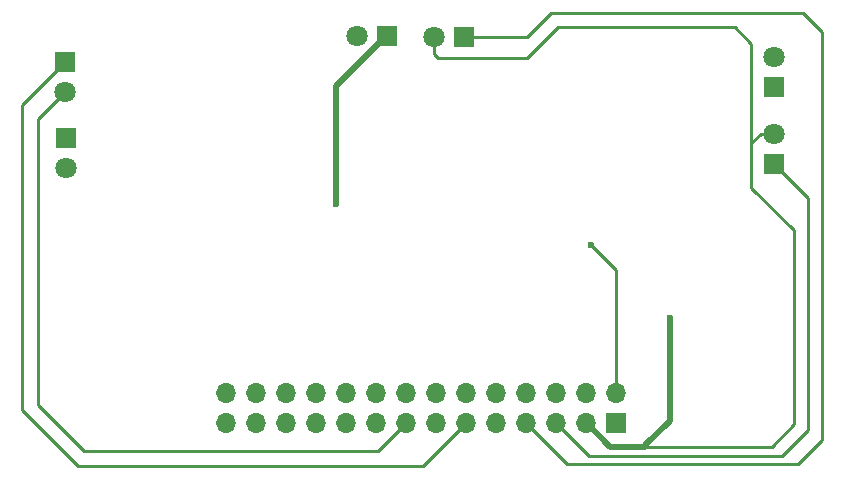
<source format=gbr>
%TF.GenerationSoftware,KiCad,Pcbnew,8.0.0*%
%TF.CreationDate,2024-03-22T14:44:16+02:00*%
%TF.ProjectId,Sensing systemv2,53656e73-696e-4672-9073-797374656d76,rev?*%
%TF.SameCoordinates,Original*%
%TF.FileFunction,Copper,L2,Bot*%
%TF.FilePolarity,Positive*%
%FSLAX46Y46*%
G04 Gerber Fmt 4.6, Leading zero omitted, Abs format (unit mm)*
G04 Created by KiCad (PCBNEW 8.0.0) date 2024-03-22 14:44:16*
%MOMM*%
%LPD*%
G01*
G04 APERTURE LIST*
%TA.AperFunction,ComponentPad*%
%ADD10R,1.800000X1.800000*%
%TD*%
%TA.AperFunction,ComponentPad*%
%ADD11C,1.800000*%
%TD*%
%TA.AperFunction,ComponentPad*%
%ADD12R,1.700000X1.700000*%
%TD*%
%TA.AperFunction,ComponentPad*%
%ADD13O,1.700000X1.700000*%
%TD*%
%TA.AperFunction,ViaPad*%
%ADD14C,0.600000*%
%TD*%
%TA.AperFunction,Conductor*%
%ADD15C,0.500000*%
%TD*%
%TA.AperFunction,Conductor*%
%ADD16C,0.250000*%
%TD*%
G04 APERTURE END LIST*
D10*
%TO.P,D2,1,K*%
%TO.N,Net-(D2-K)*%
X80935000Y-71374000D03*
D11*
%TO.P,D2,2,A*%
%TO.N,BATT*%
X78395000Y-71374000D03*
%TD*%
D10*
%TO.P,D5,1,K*%
%TO.N,/PA4*%
X87440000Y-71378600D03*
D11*
%TO.P,D5,2,A*%
%TO.N,GND*%
X84900000Y-71378600D03*
%TD*%
D10*
%TO.P,D6,1,K*%
%TO.N,/PA3*%
X113732000Y-82153600D03*
D11*
%TO.P,D6,2,A*%
%TO.N,GND*%
X113732000Y-79613600D03*
%TD*%
D10*
%TO.P,D4,1,K*%
%TO.N,/PA5*%
X53695600Y-73507600D03*
D11*
%TO.P,D4,2,A*%
%TO.N,GND*%
X53695600Y-76047600D03*
%TD*%
D10*
%TO.P,D1,1,K*%
%TO.N,Net-(D1-K)*%
X53722000Y-79972000D03*
D11*
%TO.P,D1,2,A*%
%TO.N,BATT*%
X53722000Y-82512000D03*
%TD*%
D10*
%TO.P,D3,1,K*%
%TO.N,Net-(D3-K)*%
X113740000Y-75655000D03*
D11*
%TO.P,D3,2,A*%
%TO.N,BATT*%
X113740000Y-73115000D03*
%TD*%
D12*
%TO.P,J1,1,Pin_1*%
%TO.N,/RESV3*%
X100330000Y-104140000D03*
D13*
%TO.P,J1,2,Pin_2*%
%TO.N,3V3*%
X100330000Y-101600000D03*
%TO.P,J1,3,Pin_3*%
%TO.N,GND*%
X97790000Y-104140000D03*
%TO.P,J1,4,Pin_4*%
%TO.N,BATT*%
X97790000Y-101600000D03*
%TO.P,J1,5,Pin_5*%
%TO.N,/PA3*%
X95250000Y-104140000D03*
%TO.P,J1,6,Pin_6*%
%TO.N,/RESV2*%
X95250000Y-101600000D03*
%TO.P,J1,7,Pin_7*%
%TO.N,/PA4*%
X92710000Y-104140000D03*
%TO.P,J1,8,Pin_8*%
%TO.N,/PE15*%
X92710000Y-101600000D03*
%TO.P,J1,9,Pin_9*%
%TO.N,GND*%
X90170000Y-104140000D03*
%TO.P,J1,10,Pin_10*%
%TO.N,/PE14*%
X90170000Y-101600000D03*
%TO.P,J1,11,Pin_11*%
%TO.N,/PA5*%
X87630000Y-104140000D03*
%TO.P,J1,12,Pin_12*%
%TO.N,/PE13*%
X87630000Y-101600000D03*
%TO.P,J1,13,Pin_13*%
%TO.N,/PA6*%
X85090000Y-104140000D03*
%TO.P,J1,14,Pin_14*%
%TO.N,/PE12*%
X85090000Y-101600000D03*
%TO.P,J1,15,Pin_15*%
%TO.N,GND*%
X82550000Y-104140000D03*
%TO.P,J1,16,Pin_16*%
%TO.N,/PE11*%
X82550000Y-101600000D03*
%TO.P,J1,17,Pin_17*%
%TO.N,/PA7*%
X80010000Y-104140000D03*
%TO.P,J1,18,Pin_18*%
%TO.N,/PE10*%
X80010000Y-101600000D03*
%TO.P,J1,19,Pin_19*%
%TO.N,/PC4*%
X77470000Y-104140000D03*
%TO.P,J1,20,Pin_20*%
%TO.N,/PE9*%
X77470000Y-101600000D03*
%TO.P,J1,21,Pin_21*%
%TO.N,GND*%
X74930000Y-104140000D03*
%TO.P,J1,22,Pin_22*%
%TO.N,/PE8*%
X74930000Y-101600000D03*
%TO.P,J1,23,Pin_23*%
%TO.N,/PC5*%
X72390000Y-104140000D03*
%TO.P,J1,24,Pin_24*%
%TO.N,/RESV1*%
X72390000Y-101600000D03*
%TO.P,J1,25,Pin_25*%
%TO.N,/AB0*%
X69850000Y-104140000D03*
%TO.P,J1,26,Pin_26*%
%TO.N,BATT*%
X69850000Y-101600000D03*
%TO.P,J1,27,Pin_27*%
%TO.N,GND*%
X67310000Y-104140000D03*
%TO.P,J1,28,Pin_28*%
%TO.N,3V3*%
X67310000Y-101600000D03*
%TD*%
D14*
%TO.N,Net-(D2-K)*%
X76600000Y-85594000D03*
%TO.N,3V3*%
X98171000Y-89027000D03*
%TO.N,GND*%
X104902000Y-95250000D03*
%TD*%
D15*
%TO.N,Net-(D2-K)*%
X80826000Y-71374000D02*
X80935000Y-71374000D01*
X76594000Y-75606000D02*
X80826000Y-71374000D01*
X76594000Y-85588000D02*
X76594000Y-75606000D01*
X76600000Y-85594000D02*
X76594000Y-85588000D01*
D16*
%TO.N,3V3*%
X100330000Y-91186000D02*
X98171000Y-89027000D01*
X100330000Y-101600000D02*
X100330000Y-91186000D01*
D15*
%TO.N,GND*%
X102800000Y-106000000D02*
X102800000Y-106100000D01*
X104902000Y-103898000D02*
X102800000Y-106000000D01*
X104902000Y-95250000D02*
X104902000Y-103898000D01*
D16*
%TO.N,/PA5*%
X84020000Y-107750000D02*
X87630000Y-104140000D01*
X50000000Y-103000000D02*
X54750000Y-107750000D01*
X54750000Y-107750000D02*
X84020000Y-107750000D01*
X50000000Y-77203200D02*
X50000000Y-103000000D01*
X53695600Y-73507600D02*
X50000000Y-77203200D01*
%TO.N,/PA4*%
X115700000Y-107600000D02*
X96170000Y-107600000D01*
X94800000Y-69400000D02*
X116200000Y-69400000D01*
X117800000Y-71000000D02*
X117800000Y-105500000D01*
X96170000Y-107600000D02*
X92710000Y-104140000D01*
X116200000Y-69400000D02*
X117800000Y-71000000D01*
X117800000Y-105500000D02*
X115700000Y-107600000D01*
X87440000Y-71378600D02*
X92821400Y-71378600D01*
X92821400Y-71378600D02*
X94800000Y-69400000D01*
%TO.N,GND*%
X84900000Y-72828600D02*
X84900000Y-71378600D01*
X113732000Y-79613600D02*
X113718400Y-79600000D01*
X113732000Y-79613600D02*
X112586400Y-79613600D01*
X80190000Y-106500000D02*
X82550000Y-104140000D01*
X53695600Y-76047600D02*
X51400000Y-78343200D01*
X111800000Y-80400000D02*
X111800000Y-84200000D01*
X113500000Y-106100000D02*
X102800000Y-106100000D01*
X115400000Y-87800000D02*
X115400000Y-104200000D01*
X111800000Y-79600000D02*
X111800000Y-72000000D01*
X85271400Y-73200000D02*
X84900000Y-72828600D01*
D15*
X102800000Y-106100000D02*
X99800000Y-106100000D01*
D16*
X111800000Y-80400000D02*
X111800000Y-79600000D01*
X55300000Y-106500000D02*
X80190000Y-106500000D01*
X115400000Y-104200000D02*
X113500000Y-106100000D01*
X111800000Y-72000000D02*
X110400000Y-70600000D01*
X92800000Y-73200000D02*
X85271400Y-73200000D01*
X51400000Y-102600000D02*
X55300000Y-106500000D01*
X51400000Y-78343200D02*
X51400000Y-102600000D01*
D15*
X97840000Y-104140000D02*
X97790000Y-104140000D01*
D16*
X110400000Y-70600000D02*
X95400000Y-70600000D01*
X111800000Y-84200000D02*
X115400000Y-87800000D01*
X112586400Y-79613600D02*
X111800000Y-80400000D01*
X95400000Y-70600000D02*
X92800000Y-73200000D01*
D15*
X99800000Y-106100000D02*
X97840000Y-104140000D01*
D16*
%TO.N,/PA3*%
X113732000Y-82153600D02*
X116600000Y-85021600D01*
X116600000Y-104700000D02*
X114400000Y-106900000D01*
X116600000Y-85021600D02*
X116600000Y-104700000D01*
X114400000Y-106900000D02*
X98010000Y-106900000D01*
X98010000Y-106900000D02*
X95250000Y-104140000D01*
%TD*%
M02*

</source>
